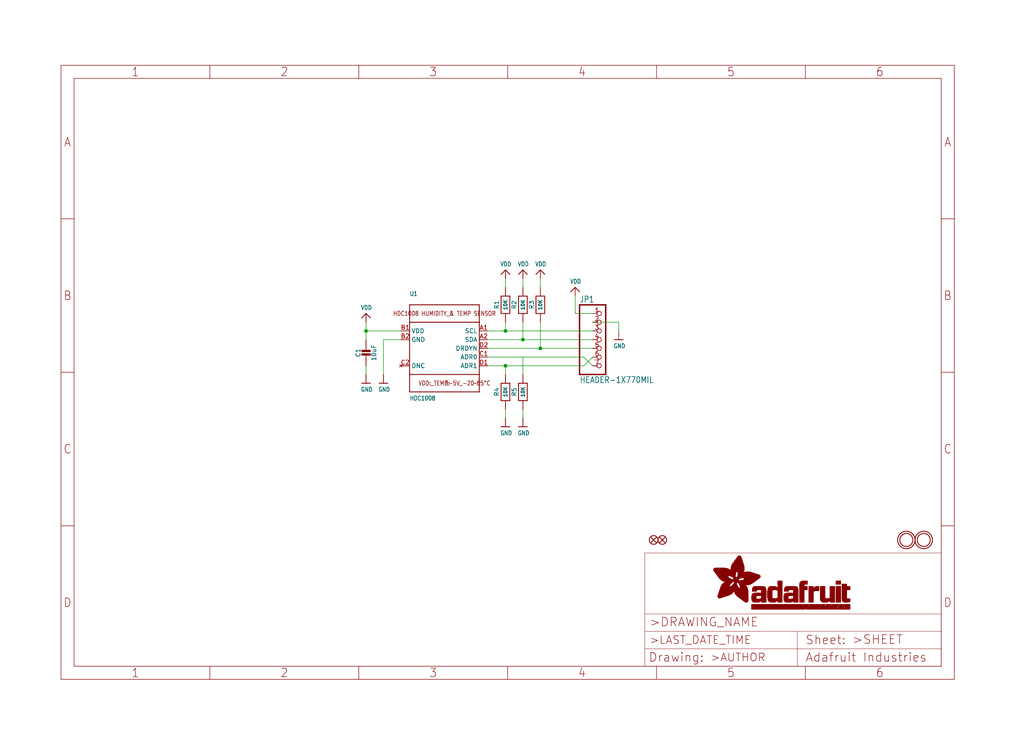
<source format=kicad_sch>
(kicad_sch (version 20211123) (generator eeschema)
  (paper "User" 298.45 217.881)
  (lib_symbols
    (symbol "eagleSchem-eagle-import:CAP_CERAMIC0805-NOOUTLINE"
      (property "Reference" "C" (at -2.29 1.25 90))
      (property "Value" "CAP_CERAMIC0805-NOOUTLINE" (at 2.3 1.25 90))
      (symbol "CAP_CERAMIC0805-NOOUTLINE_1_0"
        (pin passive line (at 0 5.08 270) (length 2.54) (name "1") (number "1"))
        (pin passive line (at 0 -2.54 90) (length 2.54) (name "2") (number "2"))
      )
    )
    (symbol "eagleSchem-eagle-import:FIDUCIAL{dblquote}{dblquote}")
    (symbol "eagleSchem-eagle-import:FRAME_A4_ADAFRUIT"
      (symbol "FRAME_A4_ADAFRUIT_1_0"
        (text "1" (at 21.6958 1.905 0) (effects (font (size 2.54 2.286))))
        (text "1" (at 21.6958 177.165 0) (effects (font (size 2.54 2.286))))
        (text "2" (at 65.0875 1.905 0) (effects (font (size 2.54 2.286))))
        (text "2" (at 65.0875 177.165 0) (effects (font (size 2.54 2.286))))
        (text "3" (at 108.4792 1.905 0) (effects (font (size 2.54 2.286))))
        (text "3" (at 108.4792 177.165 0) (effects (font (size 2.54 2.286))))
        (text "4" (at 151.8708 1.905 0) (effects (font (size 2.54 2.286))))
        (text "4" (at 151.8708 177.165 0) (effects (font (size 2.54 2.286))))
        (text "5" (at 195.2625 1.905 0) (effects (font (size 2.54 2.286))))
        (text "5" (at 195.2625 177.165 0) (effects (font (size 2.54 2.286))))
        (text "6" (at 238.6542 1.905 0) (effects (font (size 2.54 2.286))))
        (text "6" (at 238.6542 177.165 0) (effects (font (size 2.54 2.286))))
        (text ">AUTHOR" (at 189.23 5.08 0) (effects (font (size 2.286 2.286)) (justify left bottom)))
        (text ">DRAWING_NAME" (at 171.45 15.24 0) (effects (font (size 2.54 2.54)) (justify left bottom)))
        (text ">LAST_DATE_TIME" (at 171.45 10.16 0) (effects (font (size 2.286 2.286)) (justify left bottom)))
        (text ">SHEET" (at 230.505 10.16 0) (effects (font (size 2.54 2.54)) (justify left bottom)))
        (text "A" (at 1.905 156.6863 0) (effects (font (size 2.54 2.286))))
        (text "A" (at 258.445 156.6863 0) (effects (font (size 2.54 2.286))))
        (text "Adafruit Industries" (at 216.916 4.953 0) (effects (font (size 2.54 2.54)) (justify left bottom)))
        (text "B" (at 1.905 111.9188 0) (effects (font (size 2.54 2.286))))
        (text "B" (at 258.445 111.9188 0) (effects (font (size 2.54 2.286))))
        (text "C" (at 1.905 67.1513 0) (effects (font (size 2.54 2.286))))
        (text "C" (at 258.445 67.1513 0) (effects (font (size 2.54 2.286))))
        (text "D" (at 1.905 22.3838 0) (effects (font (size 2.54 2.286))))
        (text "D" (at 258.445 22.3838 0) (effects (font (size 2.54 2.286))))
        (text "Drawing:" (at 171.196 4.953 0) (effects (font (size 2.54 2.54)) (justify left bottom)))
        (text "Sheet:" (at 216.916 10.033 0) (effects (font (size 2.54 2.54)) (justify left bottom)))
      )
    )
    (symbol "eagleSchem-eagle-import:GND" (power)
      (property "Value" "GND" (at -1.524 -2.54 0))
      (symbol "GND_1_0"
        (pin power_in line (at 0 2.54 270) (length 2.54) (name "GND") (number "1"))
      )
    )
    (symbol "eagleSchem-eagle-import:HDC1008"
      (property "Reference" "U" (at -10.16 15.24 0))
      (property "Value" "HDC1008" (at -10.16 -15.24 0))
      (symbol "HDC1008_1_0"
        (text "3-5V_-20~85°C" (at 0 -10.16 0) (effects (font (size 1.27 1.0795)) (justify left)))
        (text "HDC1008 HUMIDITY_& TEMP SENSOR" (at 0 10.16 0) (effects (font (size 1.27 1.0795))))
        (text "VDD:_TEMP:" (at -7.62 -10.16 0) (effects (font (size 1.27 1.0795)) (justify left)))
        (pin bidirectional line (at 12.7 5.08 180) (length 2.54) (name "SCL") (number "A1"))
        (pin bidirectional line (at 12.7 2.54 180) (length 2.54) (name "SDA") (number "A2"))
        (pin power_in line (at -12.7 5.08 0) (length 2.54) (name "VDD") (number "B1"))
        (pin power_in line (at -12.7 2.54 0) (length 2.54) (name "GND") (number "B2"))
        (pin input line (at 12.7 -2.54 180) (length 2.54) (name "ADR0") (number "C1"))
        (pin no_connect line (at -12.7 -5.08 0) (length 2.54) (name "DNC") (number "C2"))
        (pin input line (at 12.7 -5.08 180) (length 2.54) (name "ADR1") (number "D1"))
        (pin output line (at 12.7 0 180) (length 2.54) (name "DRDYN") (number "D2"))
      )
    )
    (symbol "eagleSchem-eagle-import:HEADER-1X770MIL"
      (property "Reference" "JP" (at -6.35 10.795 0))
      (property "Value" "HEADER-1X770MIL" (at -6.35 -12.7 0))
      (symbol "HEADER-1X770MIL_1_0"
        (pin passive inverted (at -2.54 7.62 0) (length 2.54) (name "1") (number "1"))
        (pin passive inverted (at -2.54 5.08 0) (length 2.54) (name "2") (number "2"))
        (pin passive inverted (at -2.54 2.54 0) (length 2.54) (name "3") (number "3"))
        (pin passive inverted (at -2.54 0 0) (length 2.54) (name "4") (number "4"))
        (pin passive inverted (at -2.54 -2.54 0) (length 2.54) (name "5") (number "5"))
        (pin passive inverted (at -2.54 -5.08 0) (length 2.54) (name "6") (number "6"))
        (pin passive inverted (at -2.54 -7.62 0) (length 2.54) (name "7") (number "7"))
      )
    )
    (symbol "eagleSchem-eagle-import:MOUNTINGHOLE2.5")
    (symbol "eagleSchem-eagle-import:RESISTOR0805_NOOUTLINE"
      (property "Reference" "R" (at 0 2.54 0))
      (property "Value" "RESISTOR0805_NOOUTLINE" (at 0 0 0))
      (symbol "RESISTOR0805_NOOUTLINE_1_0"
        (pin passive line (at -5.08 0 0) (length 2.54) (name "1") (number "1"))
        (pin passive line (at 5.08 0 180) (length 2.54) (name "2") (number "2"))
      )
    )
    (symbol "eagleSchem-eagle-import:RESISTOR_0805MP"
      (property "Reference" "R" (at 0 2.54 0))
      (property "Value" "RESISTOR_0805MP" (at 0 0 0))
      (symbol "RESISTOR_0805MP_1_0"
        (pin passive line (at -5.08 0 0) (length 2.54) (name "1") (number "1"))
        (pin passive line (at 5.08 0 180) (length 2.54) (name "2") (number "2"))
      )
    )
    (symbol "eagleSchem-eagle-import:VDD" (power)
      (property "Value" "VDD" (at -1.524 1.016 0))
      (symbol "VDD_1_0"
        (pin power_in line (at 0 -2.54 90) (length 2.54) (name "VDD") (number "1"))
      )
    )
  )
  (junction (at 147.32 96.52))
  (junction (at 157.48 101.6))
  (junction (at 106.68 96.52))
  (junction (at 152.4 99.06))
  (junction (at 147.32 106.68))
  (wire (pts (xy 152.4 99.06) (xy 152.4 93.98)))
  (wire (pts (xy 157.48 101.6) (xy 172.72 101.6)))
  (wire (pts (xy 147.32 119.38) (xy 147.32 121.92)))
  (wire (pts (xy 142.24 106.68) (xy 147.32 106.68)))
  (wire (pts (xy 147.32 83.82) (xy 147.32 81.28)))
  (wire (pts (xy 152.4 99.06) (xy 172.72 99.06)))
  (wire (pts (xy 147.32 96.52) (xy 147.32 93.98)))
  (wire (pts (xy 152.4 104.14) (xy 152.4 109.22)))
  (wire (pts (xy 172.72 91.44) (xy 167.64 91.44)))
  (wire (pts (xy 152.4 119.38) (xy 152.4 121.92)))
  (wire (pts (xy 116.84 99.06) (xy 111.76 99.06)))
  (wire (pts (xy 152.4 104.14) (xy 170.18 104.14)))
  (wire (pts (xy 172.72 93.98) (xy 180.34 93.98)))
  (wire (pts (xy 147.32 96.52) (xy 172.72 96.52)))
  (wire (pts (xy 170.18 106.68) (xy 172.72 104.14)))
  (wire (pts (xy 106.68 93.98) (xy 106.68 96.52)))
  (wire (pts (xy 152.4 83.82) (xy 152.4 81.28)))
  (wire (pts (xy 157.48 101.6) (xy 157.48 93.98)))
  (wire (pts (xy 170.18 104.14) (xy 172.72 106.68)))
  (wire (pts (xy 106.68 96.52) (xy 106.68 99.06)))
  (wire (pts (xy 157.48 83.82) (xy 157.48 81.28)))
  (wire (pts (xy 147.32 106.68) (xy 147.32 109.22)))
  (wire (pts (xy 180.34 93.98) (xy 180.34 96.52)))
  (wire (pts (xy 142.24 99.06) (xy 152.4 99.06)))
  (wire (pts (xy 111.76 99.06) (xy 111.76 109.22)))
  (wire (pts (xy 142.24 101.6) (xy 157.48 101.6)))
  (wire (pts (xy 147.32 106.68) (xy 170.18 106.68)))
  (wire (pts (xy 142.24 104.14) (xy 152.4 104.14)))
  (wire (pts (xy 142.24 96.52) (xy 147.32 96.52)))
  (wire (pts (xy 116.84 96.52) (xy 106.68 96.52)))
  (wire (pts (xy 167.64 91.44) (xy 167.64 86.36)))
  (wire (pts (xy 106.68 106.68) (xy 106.68 109.22)))
  (symbol (lib_id "eagleSchem-eagle-import:GND") (at 106.68 111.76 0) (unit 1)
    (property "Reference" "#U$10" (effects hide))
    (property "Value" "GND" (at 105.156 114.3 0) (effects (font (size 1.27 1.0795)) (justify left bottom)))
    (property "Footprint" "eagleSchem:" (effects hide))
  )
  (symbol (lib_id "eagleSchem-eagle-import:RESISTOR0805_NOOUTLINE") (at 147.32 88.9 90) (unit 1)
    (property "Reference" "R1" (at 144.78 88.9 0))
    (property "Value" "10K" (at 147.32 88.9 0) (effects (font (size 1.016 1.016) bold)))
    (property "Footprint" "eagleSchem:0805-NO" (effects hide))
  )
  (symbol (lib_id "eagleSchem-eagle-import:RESISTOR0805_NOOUTLINE") (at 157.48 88.9 90) (unit 1)
    (property "Reference" "R3" (at 154.94 88.9 0))
    (property "Value" "10K" (at 157.48 88.9 0) (effects (font (size 1.016 1.016) bold)))
    (property "Footprint" "eagleSchem:0805-NO" (effects hide))
  )
  (symbol (lib_id "eagleSchem-eagle-import:RESISTOR_0805MP") (at 152.4 88.9 90) (unit 1)
    (property "Reference" "R2" (at 149.86 88.9 0))
    (property "Value" "10K" (at 152.4 88.9 0) (effects (font (size 1.016 1.016) bold)))
    (property "Footprint" "eagleSchem:_0805MP" (effects hide))
  )
  (symbol (lib_id "eagleSchem-eagle-import:VDD") (at 167.64 83.82 0) (unit 1)
    (property "Reference" "#U$12" (effects hide))
    (property "Value" "VDD" (at 166.116 82.804 0) (effects (font (size 1.27 1.0795)) (justify left bottom)))
    (property "Footprint" "eagleSchem:" (effects hide))
  )
  (symbol (lib_id "eagleSchem-eagle-import:HEADER-1X770MIL") (at 175.26 99.06 0) (unit 1)
    (property "Reference" "JP1" (at 168.91 88.265 0) (effects (font (size 1.778 1.5113)) (justify left bottom)))
    (property "Value" "HEADER-1X770MIL" (at 168.91 111.76 0) (effects (font (size 1.778 1.5113)) (justify left bottom)))
    (property "Footprint" "eagleSchem:1X07_ROUND_70" (effects hide))
  )
  (symbol (lib_id "eagleSchem-eagle-import:GND") (at 147.32 124.46 0) (unit 1)
    (property "Reference" "#U$7" (effects hide))
    (property "Value" "GND" (at 145.796 127 0) (effects (font (size 1.27 1.0795)) (justify left bottom)))
    (property "Footprint" "eagleSchem:" (effects hide))
  )
  (symbol (lib_id "eagleSchem-eagle-import:RESISTOR0805_NOOUTLINE") (at 147.32 114.3 90) (unit 1)
    (property "Reference" "R4" (at 144.78 114.3 0))
    (property "Value" "10K" (at 147.32 114.3 0) (effects (font (size 1.016 1.016) bold)))
    (property "Footprint" "eagleSchem:0805-NO" (effects hide))
  )
  (symbol (lib_id "eagleSchem-eagle-import:GND") (at 111.76 111.76 0) (unit 1)
    (property "Reference" "#U$11" (effects hide))
    (property "Value" "GND" (at 110.236 114.3 0) (effects (font (size 1.27 1.0795)) (justify left bottom)))
    (property "Footprint" "eagleSchem:" (effects hide))
  )
  (symbol (lib_id "eagleSchem-eagle-import:FIDUCIAL{dblquote}{dblquote}") (at 193.04 157.48 0) (unit 1)
    (property "Reference" "FID2" (effects hide))
    (property "Value" "FIDUCIAL{dblquote}{dblquote}" (effects hide))
    (property "Footprint" "eagleSchem:FIDUCIAL_1MM" (effects hide))
  )
  (symbol (lib_id "eagleSchem-eagle-import:CAP_CERAMIC0805-NOOUTLINE") (at 106.68 104.14 0) (unit 1)
    (property "Reference" "C1" (at 104.39 102.89 90))
    (property "Value" "10uF" (at 108.98 102.89 90))
    (property "Footprint" "eagleSchem:0805-NO" (effects hide))
  )
  (symbol (lib_id "eagleSchem-eagle-import:FRAME_A4_ADAFRUIT") (at 17.78 198.12 0) (unit 1)
    (property "Reference" "#U$1" (effects hide))
    (property "Value" "FRAME_A4_ADAFRUIT" (effects hide))
    (property "Footprint" "eagleSchem:" (effects hide))
  )
  (symbol (lib_id "eagleSchem-eagle-import:HDC1008") (at 129.54 101.6 0) (unit 1)
    (property "Reference" "U1" (at 119.38 86.36 0) (effects (font (size 1.27 1.0795)) (justify left bottom)))
    (property "Value" "HDC1008" (at 119.38 116.84 0) (effects (font (size 1.27 1.0795)) (justify left bottom)))
    (property "Footprint" "eagleSchem:DSBGA8_HDC1008" (effects hide))
  )
  (symbol (lib_id "eagleSchem-eagle-import:FIDUCIAL{dblquote}{dblquote}") (at 190.5 157.48 0) (unit 1)
    (property "Reference" "FID1" (effects hide))
    (property "Value" "FIDUCIAL{dblquote}{dblquote}" (effects hide))
    (property "Footprint" "eagleSchem:FIDUCIAL_1MM" (effects hide))
  )
  (symbol (lib_id "eagleSchem-eagle-import:MOUNTINGHOLE2.5") (at 264.16 157.48 0) (unit 1)
    (property "Reference" "U$3" (effects hide))
    (property "Value" "MOUNTINGHOLE2.5" (effects hide))
    (property "Footprint" "eagleSchem:MOUNTINGHOLE_2.5_PLATED" (effects hide))
  )
  (symbol (lib_id "eagleSchem-eagle-import:GND") (at 152.4 124.46 0) (unit 1)
    (property "Reference" "#U$8" (effects hide))
    (property "Value" "GND" (at 150.876 127 0) (effects (font (size 1.27 1.0795)) (justify left bottom)))
    (property "Footprint" "eagleSchem:" (effects hide))
  )
  (symbol (lib_id "eagleSchem-eagle-import:VDD") (at 157.48 78.74 0) (unit 1)
    (property "Reference" "#U$6" (effects hide))
    (property "Value" "VDD" (at 155.956 77.724 0) (effects (font (size 1.27 1.0795)) (justify left bottom)))
    (property "Footprint" "eagleSchem:" (effects hide))
  )
  (symbol (lib_id "eagleSchem-eagle-import:VDD") (at 147.32 78.74 0) (unit 1)
    (property "Reference" "#U$4" (effects hide))
    (property "Value" "VDD" (at 145.796 77.724 0) (effects (font (size 1.27 1.0795)) (justify left bottom)))
    (property "Footprint" "eagleSchem:" (effects hide))
  )
  (symbol (lib_id "eagleSchem-eagle-import:VDD") (at 106.68 91.44 0) (unit 1)
    (property "Reference" "#U$9" (effects hide))
    (property "Value" "VDD" (at 105.156 90.424 0) (effects (font (size 1.27 1.0795)) (justify left bottom)))
    (property "Footprint" "eagleSchem:" (effects hide))
  )
  (symbol (lib_id "eagleSchem-eagle-import:RESISTOR0805_NOOUTLINE") (at 152.4 114.3 90) (unit 1)
    (property "Reference" "R5" (at 149.86 114.3 0))
    (property "Value" "10K" (at 152.4 114.3 0) (effects (font (size 1.016 1.016) bold)))
    (property "Footprint" "eagleSchem:0805-NO" (effects hide))
  )
  (symbol (lib_id "eagleSchem-eagle-import:MOUNTINGHOLE2.5") (at 269.24 157.48 0) (unit 1)
    (property "Reference" "U$2" (effects hide))
    (property "Value" "MOUNTINGHOLE2.5" (effects hide))
    (property "Footprint" "eagleSchem:MOUNTINGHOLE_2.5_PLATED" (effects hide))
  )
  (symbol (lib_id "eagleSchem-eagle-import:GND") (at 180.34 99.06 0) (unit 1)
    (property "Reference" "#U$13" (effects hide))
    (property "Value" "GND" (at 178.816 101.6 0) (effects (font (size 1.27 1.0795)) (justify left bottom)))
    (property "Footprint" "eagleSchem:" (effects hide))
  )
  (symbol (lib_id "eagleSchem-eagle-import:VDD") (at 152.4 78.74 0) (unit 1)
    (property "Reference" "#U$5" (effects hide))
    (property "Value" "VDD" (at 150.876 77.724 0) (effects (font (size 1.27 1.0795)) (justify left bottom)))
    (property "Footprint" "eagleSchem:" (effects hide))
  )
)
</source>
